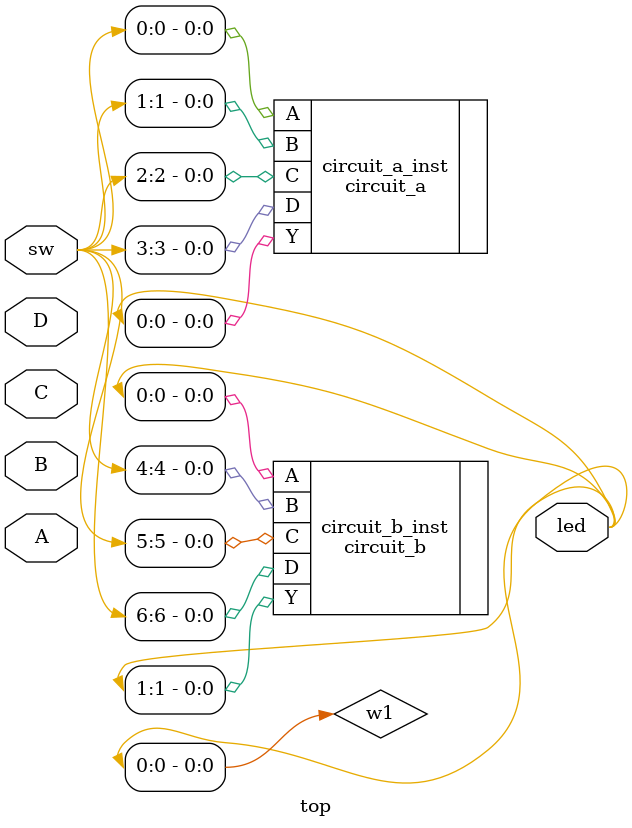
<source format=v>
module top(
    input A,B,C,D,
    input [6:0] sw,
//    output Y,
   // output wire w1,
    output [1:0] led
);



    circuit_a circuit_a_inst(
        .A(sw[0]),
        .B(sw[1]),
        .C(sw[2]),
        .D(sw[3]),
        .Y(led[0])
        
    );
    
        circuit_b circuit_b_inst(
        .A(w1),
        .B(sw[4]),
        .C(sw[5]),
        .D(sw[6]),
        .Y(led[1])
    );
    
assign led[0] = w1;

endmodule
</source>
